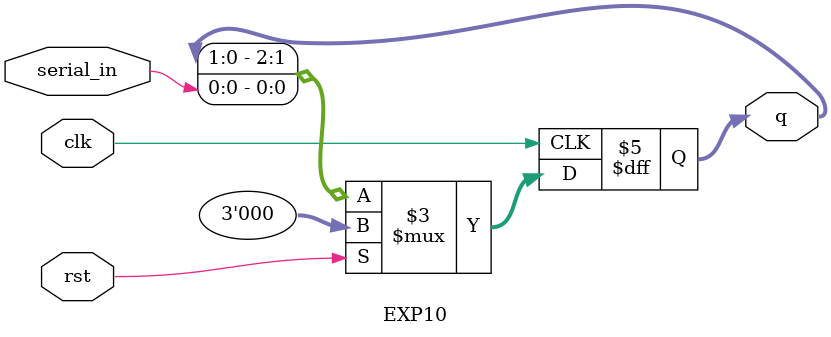
<source format=v>
module EXP10 (
    input  wire clk,     // clock input
    input  wire rst,     // synchronous reset
    input  wire serial_in, // serial data input
    output reg  [2:0] q   // 3-bit register output
);

always @(posedge clk) begin
    if (rst)
        q <= 3'b000;          // reset all bits
    else
        q <= {q[1:0], serial_in}; // shift left
end

endmodule

</source>
